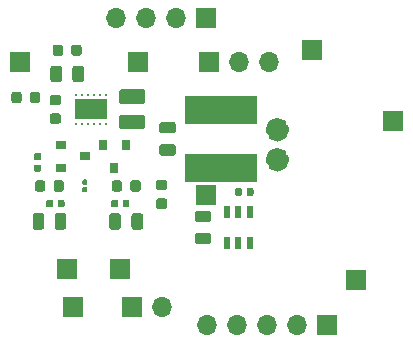
<source format=gbr>
G04 #@! TF.GenerationSoftware,KiCad,Pcbnew,(5.1.5)-3*
G04 #@! TF.CreationDate,2021-01-08T03:31:11-05:00*
G04 #@! TF.ProjectId,EPC611 LIDAR,45504336-3131-4204-9c49-4441522e6b69,rev?*
G04 #@! TF.SameCoordinates,Original*
G04 #@! TF.FileFunction,Soldermask,Bot*
G04 #@! TF.FilePolarity,Negative*
%FSLAX46Y46*%
G04 Gerber Fmt 4.6, Leading zero omitted, Abs format (unit mm)*
G04 Created by KiCad (PCBNEW (5.1.5)-3) date 2021-01-08 03:31:11*
%MOMM*%
%LPD*%
G04 APERTURE LIST*
%ADD10C,1.000000*%
%ADD11R,0.550000X1.050000*%
%ADD12R,0.250000X0.250000*%
%ADD13R,2.700000X1.700000*%
%ADD14R,1.700000X1.700000*%
%ADD15C,0.100000*%
%ADD16R,6.100000X2.350000*%
%ADD17O,1.700000X1.700000*%
%ADD18R,0.900000X0.800000*%
%ADD19R,0.800000X0.900000*%
G04 APERTURE END LIST*
D10*
X125300000Y-106270000D02*
G75*
G03X125300000Y-106270000I-500000J0D01*
G01*
X125300000Y-103730000D02*
G75*
G03X125300000Y-103730000I-500000J0D01*
G01*
D11*
X122450000Y-110700000D03*
X121500000Y-110700000D03*
X120550000Y-110700000D03*
X120550000Y-113300000D03*
X121500000Y-113300000D03*
X122450000Y-113300000D03*
D12*
X107750000Y-100775000D03*
X107750000Y-103225000D03*
D13*
X109000000Y-102000000D03*
D12*
X110250000Y-100775000D03*
X109750000Y-100775000D03*
X109250000Y-100775000D03*
X108750000Y-100775000D03*
X108250000Y-100775000D03*
X108250000Y-103225000D03*
X108750000Y-103225000D03*
X109250000Y-103225000D03*
X109750000Y-103225000D03*
X110250000Y-103225000D03*
D14*
X103000000Y-98000000D03*
X131500000Y-116500000D03*
X127750000Y-97000000D03*
X107500000Y-118750000D03*
X134600000Y-103000000D03*
X118750000Y-109250000D03*
X113000000Y-98000000D03*
X111500000Y-115500000D03*
X107000000Y-115500000D03*
D15*
G36*
X105676958Y-109680710D02*
G01*
X105691276Y-109682834D01*
X105705317Y-109686351D01*
X105718946Y-109691228D01*
X105732031Y-109697417D01*
X105744447Y-109704858D01*
X105756073Y-109713481D01*
X105766798Y-109723202D01*
X105776519Y-109733927D01*
X105785142Y-109745553D01*
X105792583Y-109757969D01*
X105798772Y-109771054D01*
X105803649Y-109784683D01*
X105807166Y-109798724D01*
X105809290Y-109813042D01*
X105810000Y-109827500D01*
X105810000Y-110172500D01*
X105809290Y-110186958D01*
X105807166Y-110201276D01*
X105803649Y-110215317D01*
X105798772Y-110228946D01*
X105792583Y-110242031D01*
X105785142Y-110254447D01*
X105776519Y-110266073D01*
X105766798Y-110276798D01*
X105756073Y-110286519D01*
X105744447Y-110295142D01*
X105732031Y-110302583D01*
X105718946Y-110308772D01*
X105705317Y-110313649D01*
X105691276Y-110317166D01*
X105676958Y-110319290D01*
X105662500Y-110320000D01*
X105367500Y-110320000D01*
X105353042Y-110319290D01*
X105338724Y-110317166D01*
X105324683Y-110313649D01*
X105311054Y-110308772D01*
X105297969Y-110302583D01*
X105285553Y-110295142D01*
X105273927Y-110286519D01*
X105263202Y-110276798D01*
X105253481Y-110266073D01*
X105244858Y-110254447D01*
X105237417Y-110242031D01*
X105231228Y-110228946D01*
X105226351Y-110215317D01*
X105222834Y-110201276D01*
X105220710Y-110186958D01*
X105220000Y-110172500D01*
X105220000Y-109827500D01*
X105220710Y-109813042D01*
X105222834Y-109798724D01*
X105226351Y-109784683D01*
X105231228Y-109771054D01*
X105237417Y-109757969D01*
X105244858Y-109745553D01*
X105253481Y-109733927D01*
X105263202Y-109723202D01*
X105273927Y-109713481D01*
X105285553Y-109704858D01*
X105297969Y-109697417D01*
X105311054Y-109691228D01*
X105324683Y-109686351D01*
X105338724Y-109682834D01*
X105353042Y-109680710D01*
X105367500Y-109680000D01*
X105662500Y-109680000D01*
X105676958Y-109680710D01*
G37*
G36*
X106646958Y-109680710D02*
G01*
X106661276Y-109682834D01*
X106675317Y-109686351D01*
X106688946Y-109691228D01*
X106702031Y-109697417D01*
X106714447Y-109704858D01*
X106726073Y-109713481D01*
X106736798Y-109723202D01*
X106746519Y-109733927D01*
X106755142Y-109745553D01*
X106762583Y-109757969D01*
X106768772Y-109771054D01*
X106773649Y-109784683D01*
X106777166Y-109798724D01*
X106779290Y-109813042D01*
X106780000Y-109827500D01*
X106780000Y-110172500D01*
X106779290Y-110186958D01*
X106777166Y-110201276D01*
X106773649Y-110215317D01*
X106768772Y-110228946D01*
X106762583Y-110242031D01*
X106755142Y-110254447D01*
X106746519Y-110266073D01*
X106736798Y-110276798D01*
X106726073Y-110286519D01*
X106714447Y-110295142D01*
X106702031Y-110302583D01*
X106688946Y-110308772D01*
X106675317Y-110313649D01*
X106661276Y-110317166D01*
X106646958Y-110319290D01*
X106632500Y-110320000D01*
X106337500Y-110320000D01*
X106323042Y-110319290D01*
X106308724Y-110317166D01*
X106294683Y-110313649D01*
X106281054Y-110308772D01*
X106267969Y-110302583D01*
X106255553Y-110295142D01*
X106243927Y-110286519D01*
X106233202Y-110276798D01*
X106223481Y-110266073D01*
X106214858Y-110254447D01*
X106207417Y-110242031D01*
X106201228Y-110228946D01*
X106196351Y-110215317D01*
X106192834Y-110201276D01*
X106190710Y-110186958D01*
X106190000Y-110172500D01*
X106190000Y-109827500D01*
X106190710Y-109813042D01*
X106192834Y-109798724D01*
X106196351Y-109784683D01*
X106201228Y-109771054D01*
X106207417Y-109757969D01*
X106214858Y-109745553D01*
X106223481Y-109733927D01*
X106233202Y-109723202D01*
X106243927Y-109713481D01*
X106255553Y-109704858D01*
X106267969Y-109697417D01*
X106281054Y-109691228D01*
X106294683Y-109686351D01*
X106308724Y-109682834D01*
X106323042Y-109680710D01*
X106337500Y-109680000D01*
X106632500Y-109680000D01*
X106646958Y-109680710D01*
G37*
G36*
X104952691Y-108026053D02*
G01*
X104973926Y-108029203D01*
X104994750Y-108034419D01*
X105014962Y-108041651D01*
X105034368Y-108050830D01*
X105052781Y-108061866D01*
X105070024Y-108074654D01*
X105085930Y-108089070D01*
X105100346Y-108104976D01*
X105113134Y-108122219D01*
X105124170Y-108140632D01*
X105133349Y-108160038D01*
X105140581Y-108180250D01*
X105145797Y-108201074D01*
X105148947Y-108222309D01*
X105150000Y-108243750D01*
X105150000Y-108756250D01*
X105148947Y-108777691D01*
X105145797Y-108798926D01*
X105140581Y-108819750D01*
X105133349Y-108839962D01*
X105124170Y-108859368D01*
X105113134Y-108877781D01*
X105100346Y-108895024D01*
X105085930Y-108910930D01*
X105070024Y-108925346D01*
X105052781Y-108938134D01*
X105034368Y-108949170D01*
X105014962Y-108958349D01*
X104994750Y-108965581D01*
X104973926Y-108970797D01*
X104952691Y-108973947D01*
X104931250Y-108975000D01*
X104493750Y-108975000D01*
X104472309Y-108973947D01*
X104451074Y-108970797D01*
X104430250Y-108965581D01*
X104410038Y-108958349D01*
X104390632Y-108949170D01*
X104372219Y-108938134D01*
X104354976Y-108925346D01*
X104339070Y-108910930D01*
X104324654Y-108895024D01*
X104311866Y-108877781D01*
X104300830Y-108859368D01*
X104291651Y-108839962D01*
X104284419Y-108819750D01*
X104279203Y-108798926D01*
X104276053Y-108777691D01*
X104275000Y-108756250D01*
X104275000Y-108243750D01*
X104276053Y-108222309D01*
X104279203Y-108201074D01*
X104284419Y-108180250D01*
X104291651Y-108160038D01*
X104300830Y-108140632D01*
X104311866Y-108122219D01*
X104324654Y-108104976D01*
X104339070Y-108089070D01*
X104354976Y-108074654D01*
X104372219Y-108061866D01*
X104390632Y-108050830D01*
X104410038Y-108041651D01*
X104430250Y-108034419D01*
X104451074Y-108029203D01*
X104472309Y-108026053D01*
X104493750Y-108025000D01*
X104931250Y-108025000D01*
X104952691Y-108026053D01*
G37*
G36*
X106527691Y-108026053D02*
G01*
X106548926Y-108029203D01*
X106569750Y-108034419D01*
X106589962Y-108041651D01*
X106609368Y-108050830D01*
X106627781Y-108061866D01*
X106645024Y-108074654D01*
X106660930Y-108089070D01*
X106675346Y-108104976D01*
X106688134Y-108122219D01*
X106699170Y-108140632D01*
X106708349Y-108160038D01*
X106715581Y-108180250D01*
X106720797Y-108201074D01*
X106723947Y-108222309D01*
X106725000Y-108243750D01*
X106725000Y-108756250D01*
X106723947Y-108777691D01*
X106720797Y-108798926D01*
X106715581Y-108819750D01*
X106708349Y-108839962D01*
X106699170Y-108859368D01*
X106688134Y-108877781D01*
X106675346Y-108895024D01*
X106660930Y-108910930D01*
X106645024Y-108925346D01*
X106627781Y-108938134D01*
X106609368Y-108949170D01*
X106589962Y-108958349D01*
X106569750Y-108965581D01*
X106548926Y-108970797D01*
X106527691Y-108973947D01*
X106506250Y-108975000D01*
X106068750Y-108975000D01*
X106047309Y-108973947D01*
X106026074Y-108970797D01*
X106005250Y-108965581D01*
X105985038Y-108958349D01*
X105965632Y-108949170D01*
X105947219Y-108938134D01*
X105929976Y-108925346D01*
X105914070Y-108910930D01*
X105899654Y-108895024D01*
X105886866Y-108877781D01*
X105875830Y-108859368D01*
X105866651Y-108839962D01*
X105859419Y-108819750D01*
X105854203Y-108798926D01*
X105851053Y-108777691D01*
X105850000Y-108756250D01*
X105850000Y-108243750D01*
X105851053Y-108222309D01*
X105854203Y-108201074D01*
X105859419Y-108180250D01*
X105866651Y-108160038D01*
X105875830Y-108140632D01*
X105886866Y-108122219D01*
X105899654Y-108104976D01*
X105914070Y-108089070D01*
X105929976Y-108074654D01*
X105947219Y-108061866D01*
X105965632Y-108050830D01*
X105985038Y-108041651D01*
X106005250Y-108034419D01*
X106026074Y-108029203D01*
X106047309Y-108026053D01*
X106068750Y-108025000D01*
X106506250Y-108025000D01*
X106527691Y-108026053D01*
G37*
G36*
X111176958Y-109680710D02*
G01*
X111191276Y-109682834D01*
X111205317Y-109686351D01*
X111218946Y-109691228D01*
X111232031Y-109697417D01*
X111244447Y-109704858D01*
X111256073Y-109713481D01*
X111266798Y-109723202D01*
X111276519Y-109733927D01*
X111285142Y-109745553D01*
X111292583Y-109757969D01*
X111298772Y-109771054D01*
X111303649Y-109784683D01*
X111307166Y-109798724D01*
X111309290Y-109813042D01*
X111310000Y-109827500D01*
X111310000Y-110172500D01*
X111309290Y-110186958D01*
X111307166Y-110201276D01*
X111303649Y-110215317D01*
X111298772Y-110228946D01*
X111292583Y-110242031D01*
X111285142Y-110254447D01*
X111276519Y-110266073D01*
X111266798Y-110276798D01*
X111256073Y-110286519D01*
X111244447Y-110295142D01*
X111232031Y-110302583D01*
X111218946Y-110308772D01*
X111205317Y-110313649D01*
X111191276Y-110317166D01*
X111176958Y-110319290D01*
X111162500Y-110320000D01*
X110867500Y-110320000D01*
X110853042Y-110319290D01*
X110838724Y-110317166D01*
X110824683Y-110313649D01*
X110811054Y-110308772D01*
X110797969Y-110302583D01*
X110785553Y-110295142D01*
X110773927Y-110286519D01*
X110763202Y-110276798D01*
X110753481Y-110266073D01*
X110744858Y-110254447D01*
X110737417Y-110242031D01*
X110731228Y-110228946D01*
X110726351Y-110215317D01*
X110722834Y-110201276D01*
X110720710Y-110186958D01*
X110720000Y-110172500D01*
X110720000Y-109827500D01*
X110720710Y-109813042D01*
X110722834Y-109798724D01*
X110726351Y-109784683D01*
X110731228Y-109771054D01*
X110737417Y-109757969D01*
X110744858Y-109745553D01*
X110753481Y-109733927D01*
X110763202Y-109723202D01*
X110773927Y-109713481D01*
X110785553Y-109704858D01*
X110797969Y-109697417D01*
X110811054Y-109691228D01*
X110824683Y-109686351D01*
X110838724Y-109682834D01*
X110853042Y-109680710D01*
X110867500Y-109680000D01*
X111162500Y-109680000D01*
X111176958Y-109680710D01*
G37*
G36*
X112146958Y-109680710D02*
G01*
X112161276Y-109682834D01*
X112175317Y-109686351D01*
X112188946Y-109691228D01*
X112202031Y-109697417D01*
X112214447Y-109704858D01*
X112226073Y-109713481D01*
X112236798Y-109723202D01*
X112246519Y-109733927D01*
X112255142Y-109745553D01*
X112262583Y-109757969D01*
X112268772Y-109771054D01*
X112273649Y-109784683D01*
X112277166Y-109798724D01*
X112279290Y-109813042D01*
X112280000Y-109827500D01*
X112280000Y-110172500D01*
X112279290Y-110186958D01*
X112277166Y-110201276D01*
X112273649Y-110215317D01*
X112268772Y-110228946D01*
X112262583Y-110242031D01*
X112255142Y-110254447D01*
X112246519Y-110266073D01*
X112236798Y-110276798D01*
X112226073Y-110286519D01*
X112214447Y-110295142D01*
X112202031Y-110302583D01*
X112188946Y-110308772D01*
X112175317Y-110313649D01*
X112161276Y-110317166D01*
X112146958Y-110319290D01*
X112132500Y-110320000D01*
X111837500Y-110320000D01*
X111823042Y-110319290D01*
X111808724Y-110317166D01*
X111794683Y-110313649D01*
X111781054Y-110308772D01*
X111767969Y-110302583D01*
X111755553Y-110295142D01*
X111743927Y-110286519D01*
X111733202Y-110276798D01*
X111723481Y-110266073D01*
X111714858Y-110254447D01*
X111707417Y-110242031D01*
X111701228Y-110228946D01*
X111696351Y-110215317D01*
X111692834Y-110201276D01*
X111690710Y-110186958D01*
X111690000Y-110172500D01*
X111690000Y-109827500D01*
X111690710Y-109813042D01*
X111692834Y-109798724D01*
X111696351Y-109784683D01*
X111701228Y-109771054D01*
X111707417Y-109757969D01*
X111714858Y-109745553D01*
X111723481Y-109733927D01*
X111733202Y-109723202D01*
X111743927Y-109713481D01*
X111755553Y-109704858D01*
X111767969Y-109697417D01*
X111781054Y-109691228D01*
X111794683Y-109686351D01*
X111808724Y-109682834D01*
X111823042Y-109680710D01*
X111837500Y-109680000D01*
X112132500Y-109680000D01*
X112146958Y-109680710D01*
G37*
G36*
X111452691Y-108026053D02*
G01*
X111473926Y-108029203D01*
X111494750Y-108034419D01*
X111514962Y-108041651D01*
X111534368Y-108050830D01*
X111552781Y-108061866D01*
X111570024Y-108074654D01*
X111585930Y-108089070D01*
X111600346Y-108104976D01*
X111613134Y-108122219D01*
X111624170Y-108140632D01*
X111633349Y-108160038D01*
X111640581Y-108180250D01*
X111645797Y-108201074D01*
X111648947Y-108222309D01*
X111650000Y-108243750D01*
X111650000Y-108756250D01*
X111648947Y-108777691D01*
X111645797Y-108798926D01*
X111640581Y-108819750D01*
X111633349Y-108839962D01*
X111624170Y-108859368D01*
X111613134Y-108877781D01*
X111600346Y-108895024D01*
X111585930Y-108910930D01*
X111570024Y-108925346D01*
X111552781Y-108938134D01*
X111534368Y-108949170D01*
X111514962Y-108958349D01*
X111494750Y-108965581D01*
X111473926Y-108970797D01*
X111452691Y-108973947D01*
X111431250Y-108975000D01*
X110993750Y-108975000D01*
X110972309Y-108973947D01*
X110951074Y-108970797D01*
X110930250Y-108965581D01*
X110910038Y-108958349D01*
X110890632Y-108949170D01*
X110872219Y-108938134D01*
X110854976Y-108925346D01*
X110839070Y-108910930D01*
X110824654Y-108895024D01*
X110811866Y-108877781D01*
X110800830Y-108859368D01*
X110791651Y-108839962D01*
X110784419Y-108819750D01*
X110779203Y-108798926D01*
X110776053Y-108777691D01*
X110775000Y-108756250D01*
X110775000Y-108243750D01*
X110776053Y-108222309D01*
X110779203Y-108201074D01*
X110784419Y-108180250D01*
X110791651Y-108160038D01*
X110800830Y-108140632D01*
X110811866Y-108122219D01*
X110824654Y-108104976D01*
X110839070Y-108089070D01*
X110854976Y-108074654D01*
X110872219Y-108061866D01*
X110890632Y-108050830D01*
X110910038Y-108041651D01*
X110930250Y-108034419D01*
X110951074Y-108029203D01*
X110972309Y-108026053D01*
X110993750Y-108025000D01*
X111431250Y-108025000D01*
X111452691Y-108026053D01*
G37*
G36*
X113027691Y-108026053D02*
G01*
X113048926Y-108029203D01*
X113069750Y-108034419D01*
X113089962Y-108041651D01*
X113109368Y-108050830D01*
X113127781Y-108061866D01*
X113145024Y-108074654D01*
X113160930Y-108089070D01*
X113175346Y-108104976D01*
X113188134Y-108122219D01*
X113199170Y-108140632D01*
X113208349Y-108160038D01*
X113215581Y-108180250D01*
X113220797Y-108201074D01*
X113223947Y-108222309D01*
X113225000Y-108243750D01*
X113225000Y-108756250D01*
X113223947Y-108777691D01*
X113220797Y-108798926D01*
X113215581Y-108819750D01*
X113208349Y-108839962D01*
X113199170Y-108859368D01*
X113188134Y-108877781D01*
X113175346Y-108895024D01*
X113160930Y-108910930D01*
X113145024Y-108925346D01*
X113127781Y-108938134D01*
X113109368Y-108949170D01*
X113089962Y-108958349D01*
X113069750Y-108965581D01*
X113048926Y-108970797D01*
X113027691Y-108973947D01*
X113006250Y-108975000D01*
X112568750Y-108975000D01*
X112547309Y-108973947D01*
X112526074Y-108970797D01*
X112505250Y-108965581D01*
X112485038Y-108958349D01*
X112465632Y-108949170D01*
X112447219Y-108938134D01*
X112429976Y-108925346D01*
X112414070Y-108910930D01*
X112399654Y-108895024D01*
X112386866Y-108877781D01*
X112375830Y-108859368D01*
X112366651Y-108839962D01*
X112359419Y-108819750D01*
X112354203Y-108798926D01*
X112351053Y-108777691D01*
X112350000Y-108756250D01*
X112350000Y-108243750D01*
X112351053Y-108222309D01*
X112354203Y-108201074D01*
X112359419Y-108180250D01*
X112366651Y-108160038D01*
X112375830Y-108140632D01*
X112386866Y-108122219D01*
X112399654Y-108104976D01*
X112414070Y-108089070D01*
X112429976Y-108074654D01*
X112447219Y-108061866D01*
X112465632Y-108050830D01*
X112485038Y-108041651D01*
X112505250Y-108034419D01*
X112526074Y-108029203D01*
X112547309Y-108026053D01*
X112568750Y-108025000D01*
X113006250Y-108025000D01*
X113027691Y-108026053D01*
G37*
G36*
X106277691Y-102351053D02*
G01*
X106298926Y-102354203D01*
X106319750Y-102359419D01*
X106339962Y-102366651D01*
X106359368Y-102375830D01*
X106377781Y-102386866D01*
X106395024Y-102399654D01*
X106410930Y-102414070D01*
X106425346Y-102429976D01*
X106438134Y-102447219D01*
X106449170Y-102465632D01*
X106458349Y-102485038D01*
X106465581Y-102505250D01*
X106470797Y-102526074D01*
X106473947Y-102547309D01*
X106475000Y-102568750D01*
X106475000Y-103006250D01*
X106473947Y-103027691D01*
X106470797Y-103048926D01*
X106465581Y-103069750D01*
X106458349Y-103089962D01*
X106449170Y-103109368D01*
X106438134Y-103127781D01*
X106425346Y-103145024D01*
X106410930Y-103160930D01*
X106395024Y-103175346D01*
X106377781Y-103188134D01*
X106359368Y-103199170D01*
X106339962Y-103208349D01*
X106319750Y-103215581D01*
X106298926Y-103220797D01*
X106277691Y-103223947D01*
X106256250Y-103225000D01*
X105743750Y-103225000D01*
X105722309Y-103223947D01*
X105701074Y-103220797D01*
X105680250Y-103215581D01*
X105660038Y-103208349D01*
X105640632Y-103199170D01*
X105622219Y-103188134D01*
X105604976Y-103175346D01*
X105589070Y-103160930D01*
X105574654Y-103145024D01*
X105561866Y-103127781D01*
X105550830Y-103109368D01*
X105541651Y-103089962D01*
X105534419Y-103069750D01*
X105529203Y-103048926D01*
X105526053Y-103027691D01*
X105525000Y-103006250D01*
X105525000Y-102568750D01*
X105526053Y-102547309D01*
X105529203Y-102526074D01*
X105534419Y-102505250D01*
X105541651Y-102485038D01*
X105550830Y-102465632D01*
X105561866Y-102447219D01*
X105574654Y-102429976D01*
X105589070Y-102414070D01*
X105604976Y-102399654D01*
X105622219Y-102386866D01*
X105640632Y-102375830D01*
X105660038Y-102366651D01*
X105680250Y-102359419D01*
X105701074Y-102354203D01*
X105722309Y-102351053D01*
X105743750Y-102350000D01*
X106256250Y-102350000D01*
X106277691Y-102351053D01*
G37*
G36*
X106277691Y-100776053D02*
G01*
X106298926Y-100779203D01*
X106319750Y-100784419D01*
X106339962Y-100791651D01*
X106359368Y-100800830D01*
X106377781Y-100811866D01*
X106395024Y-100824654D01*
X106410930Y-100839070D01*
X106425346Y-100854976D01*
X106438134Y-100872219D01*
X106449170Y-100890632D01*
X106458349Y-100910038D01*
X106465581Y-100930250D01*
X106470797Y-100951074D01*
X106473947Y-100972309D01*
X106475000Y-100993750D01*
X106475000Y-101431250D01*
X106473947Y-101452691D01*
X106470797Y-101473926D01*
X106465581Y-101494750D01*
X106458349Y-101514962D01*
X106449170Y-101534368D01*
X106438134Y-101552781D01*
X106425346Y-101570024D01*
X106410930Y-101585930D01*
X106395024Y-101600346D01*
X106377781Y-101613134D01*
X106359368Y-101624170D01*
X106339962Y-101633349D01*
X106319750Y-101640581D01*
X106298926Y-101645797D01*
X106277691Y-101648947D01*
X106256250Y-101650000D01*
X105743750Y-101650000D01*
X105722309Y-101648947D01*
X105701074Y-101645797D01*
X105680250Y-101640581D01*
X105660038Y-101633349D01*
X105640632Y-101624170D01*
X105622219Y-101613134D01*
X105604976Y-101600346D01*
X105589070Y-101585930D01*
X105574654Y-101570024D01*
X105561866Y-101552781D01*
X105550830Y-101534368D01*
X105541651Y-101514962D01*
X105534419Y-101494750D01*
X105529203Y-101473926D01*
X105526053Y-101452691D01*
X105525000Y-101431250D01*
X105525000Y-100993750D01*
X105526053Y-100972309D01*
X105529203Y-100951074D01*
X105534419Y-100930250D01*
X105541651Y-100910038D01*
X105550830Y-100890632D01*
X105561866Y-100872219D01*
X105574654Y-100854976D01*
X105589070Y-100839070D01*
X105604976Y-100824654D01*
X105622219Y-100811866D01*
X105640632Y-100800830D01*
X105660038Y-100791651D01*
X105680250Y-100784419D01*
X105701074Y-100779203D01*
X105722309Y-100776053D01*
X105743750Y-100775000D01*
X106256250Y-100775000D01*
X106277691Y-100776053D01*
G37*
G36*
X108027691Y-96526053D02*
G01*
X108048926Y-96529203D01*
X108069750Y-96534419D01*
X108089962Y-96541651D01*
X108109368Y-96550830D01*
X108127781Y-96561866D01*
X108145024Y-96574654D01*
X108160930Y-96589070D01*
X108175346Y-96604976D01*
X108188134Y-96622219D01*
X108199170Y-96640632D01*
X108208349Y-96660038D01*
X108215581Y-96680250D01*
X108220797Y-96701074D01*
X108223947Y-96722309D01*
X108225000Y-96743750D01*
X108225000Y-97256250D01*
X108223947Y-97277691D01*
X108220797Y-97298926D01*
X108215581Y-97319750D01*
X108208349Y-97339962D01*
X108199170Y-97359368D01*
X108188134Y-97377781D01*
X108175346Y-97395024D01*
X108160930Y-97410930D01*
X108145024Y-97425346D01*
X108127781Y-97438134D01*
X108109368Y-97449170D01*
X108089962Y-97458349D01*
X108069750Y-97465581D01*
X108048926Y-97470797D01*
X108027691Y-97473947D01*
X108006250Y-97475000D01*
X107568750Y-97475000D01*
X107547309Y-97473947D01*
X107526074Y-97470797D01*
X107505250Y-97465581D01*
X107485038Y-97458349D01*
X107465632Y-97449170D01*
X107447219Y-97438134D01*
X107429976Y-97425346D01*
X107414070Y-97410930D01*
X107399654Y-97395024D01*
X107386866Y-97377781D01*
X107375830Y-97359368D01*
X107366651Y-97339962D01*
X107359419Y-97319750D01*
X107354203Y-97298926D01*
X107351053Y-97277691D01*
X107350000Y-97256250D01*
X107350000Y-96743750D01*
X107351053Y-96722309D01*
X107354203Y-96701074D01*
X107359419Y-96680250D01*
X107366651Y-96660038D01*
X107375830Y-96640632D01*
X107386866Y-96622219D01*
X107399654Y-96604976D01*
X107414070Y-96589070D01*
X107429976Y-96574654D01*
X107447219Y-96561866D01*
X107465632Y-96550830D01*
X107485038Y-96541651D01*
X107505250Y-96534419D01*
X107526074Y-96529203D01*
X107547309Y-96526053D01*
X107568750Y-96525000D01*
X108006250Y-96525000D01*
X108027691Y-96526053D01*
G37*
G36*
X106452691Y-96526053D02*
G01*
X106473926Y-96529203D01*
X106494750Y-96534419D01*
X106514962Y-96541651D01*
X106534368Y-96550830D01*
X106552781Y-96561866D01*
X106570024Y-96574654D01*
X106585930Y-96589070D01*
X106600346Y-96604976D01*
X106613134Y-96622219D01*
X106624170Y-96640632D01*
X106633349Y-96660038D01*
X106640581Y-96680250D01*
X106645797Y-96701074D01*
X106648947Y-96722309D01*
X106650000Y-96743750D01*
X106650000Y-97256250D01*
X106648947Y-97277691D01*
X106645797Y-97298926D01*
X106640581Y-97319750D01*
X106633349Y-97339962D01*
X106624170Y-97359368D01*
X106613134Y-97377781D01*
X106600346Y-97395024D01*
X106585930Y-97410930D01*
X106570024Y-97425346D01*
X106552781Y-97438134D01*
X106534368Y-97449170D01*
X106514962Y-97458349D01*
X106494750Y-97465581D01*
X106473926Y-97470797D01*
X106452691Y-97473947D01*
X106431250Y-97475000D01*
X105993750Y-97475000D01*
X105972309Y-97473947D01*
X105951074Y-97470797D01*
X105930250Y-97465581D01*
X105910038Y-97458349D01*
X105890632Y-97449170D01*
X105872219Y-97438134D01*
X105854976Y-97425346D01*
X105839070Y-97410930D01*
X105824654Y-97395024D01*
X105811866Y-97377781D01*
X105800830Y-97359368D01*
X105791651Y-97339962D01*
X105784419Y-97319750D01*
X105779203Y-97298926D01*
X105776053Y-97277691D01*
X105775000Y-97256250D01*
X105775000Y-96743750D01*
X105776053Y-96722309D01*
X105779203Y-96701074D01*
X105784419Y-96680250D01*
X105791651Y-96660038D01*
X105800830Y-96640632D01*
X105811866Y-96622219D01*
X105824654Y-96604976D01*
X105839070Y-96589070D01*
X105854976Y-96574654D01*
X105872219Y-96561866D01*
X105890632Y-96550830D01*
X105910038Y-96541651D01*
X105930250Y-96534419D01*
X105951074Y-96529203D01*
X105972309Y-96526053D01*
X105993750Y-96525000D01*
X106431250Y-96525000D01*
X106452691Y-96526053D01*
G37*
D16*
X120000000Y-102100000D03*
X120000000Y-107000000D03*
D15*
G36*
X108609802Y-108590482D02*
G01*
X108619509Y-108591921D01*
X108629028Y-108594306D01*
X108638268Y-108597612D01*
X108647140Y-108601808D01*
X108655557Y-108606853D01*
X108663439Y-108612699D01*
X108670711Y-108619289D01*
X108677301Y-108626561D01*
X108683147Y-108634443D01*
X108688192Y-108642860D01*
X108692388Y-108651732D01*
X108695694Y-108660972D01*
X108698079Y-108670491D01*
X108699518Y-108680198D01*
X108700000Y-108690000D01*
X108700000Y-108950000D01*
X108699518Y-108959802D01*
X108698079Y-108969509D01*
X108695694Y-108979028D01*
X108692388Y-108988268D01*
X108688192Y-108997140D01*
X108683147Y-109005557D01*
X108677301Y-109013439D01*
X108670711Y-109020711D01*
X108663439Y-109027301D01*
X108655557Y-109033147D01*
X108647140Y-109038192D01*
X108638268Y-109042388D01*
X108629028Y-109045694D01*
X108619509Y-109048079D01*
X108609802Y-109049518D01*
X108600000Y-109050000D01*
X108400000Y-109050000D01*
X108390198Y-109049518D01*
X108380491Y-109048079D01*
X108370972Y-109045694D01*
X108361732Y-109042388D01*
X108352860Y-109038192D01*
X108344443Y-109033147D01*
X108336561Y-109027301D01*
X108329289Y-109020711D01*
X108322699Y-109013439D01*
X108316853Y-109005557D01*
X108311808Y-108997140D01*
X108307612Y-108988268D01*
X108304306Y-108979028D01*
X108301921Y-108969509D01*
X108300482Y-108959802D01*
X108300000Y-108950000D01*
X108300000Y-108690000D01*
X108300482Y-108680198D01*
X108301921Y-108670491D01*
X108304306Y-108660972D01*
X108307612Y-108651732D01*
X108311808Y-108642860D01*
X108316853Y-108634443D01*
X108322699Y-108626561D01*
X108329289Y-108619289D01*
X108336561Y-108612699D01*
X108344443Y-108606853D01*
X108352860Y-108601808D01*
X108361732Y-108597612D01*
X108370972Y-108594306D01*
X108380491Y-108591921D01*
X108390198Y-108590482D01*
X108400000Y-108590000D01*
X108600000Y-108590000D01*
X108609802Y-108590482D01*
G37*
G36*
X108609802Y-107950482D02*
G01*
X108619509Y-107951921D01*
X108629028Y-107954306D01*
X108638268Y-107957612D01*
X108647140Y-107961808D01*
X108655557Y-107966853D01*
X108663439Y-107972699D01*
X108670711Y-107979289D01*
X108677301Y-107986561D01*
X108683147Y-107994443D01*
X108688192Y-108002860D01*
X108692388Y-108011732D01*
X108695694Y-108020972D01*
X108698079Y-108030491D01*
X108699518Y-108040198D01*
X108700000Y-108050000D01*
X108700000Y-108310000D01*
X108699518Y-108319802D01*
X108698079Y-108329509D01*
X108695694Y-108339028D01*
X108692388Y-108348268D01*
X108688192Y-108357140D01*
X108683147Y-108365557D01*
X108677301Y-108373439D01*
X108670711Y-108380711D01*
X108663439Y-108387301D01*
X108655557Y-108393147D01*
X108647140Y-108398192D01*
X108638268Y-108402388D01*
X108629028Y-108405694D01*
X108619509Y-108408079D01*
X108609802Y-108409518D01*
X108600000Y-108410000D01*
X108400000Y-108410000D01*
X108390198Y-108409518D01*
X108380491Y-108408079D01*
X108370972Y-108405694D01*
X108361732Y-108402388D01*
X108352860Y-108398192D01*
X108344443Y-108393147D01*
X108336561Y-108387301D01*
X108329289Y-108380711D01*
X108322699Y-108373439D01*
X108316853Y-108365557D01*
X108311808Y-108357140D01*
X108307612Y-108348268D01*
X108304306Y-108339028D01*
X108301921Y-108329509D01*
X108300482Y-108319802D01*
X108300000Y-108310000D01*
X108300000Y-108050000D01*
X108300482Y-108040198D01*
X108301921Y-108030491D01*
X108304306Y-108020972D01*
X108307612Y-108011732D01*
X108311808Y-108002860D01*
X108316853Y-107994443D01*
X108322699Y-107986561D01*
X108329289Y-107979289D01*
X108336561Y-107972699D01*
X108344443Y-107966853D01*
X108352860Y-107961808D01*
X108361732Y-107957612D01*
X108370972Y-107954306D01*
X108380491Y-107951921D01*
X108390198Y-107950482D01*
X108400000Y-107950000D01*
X108600000Y-107950000D01*
X108609802Y-107950482D01*
G37*
G36*
X113374504Y-102451204D02*
G01*
X113398773Y-102454804D01*
X113422571Y-102460765D01*
X113445671Y-102469030D01*
X113467849Y-102479520D01*
X113488893Y-102492133D01*
X113508598Y-102506747D01*
X113526777Y-102523223D01*
X113543253Y-102541402D01*
X113557867Y-102561107D01*
X113570480Y-102582151D01*
X113580970Y-102604329D01*
X113589235Y-102627429D01*
X113595196Y-102651227D01*
X113598796Y-102675496D01*
X113600000Y-102700000D01*
X113600000Y-103450000D01*
X113598796Y-103474504D01*
X113595196Y-103498773D01*
X113589235Y-103522571D01*
X113580970Y-103545671D01*
X113570480Y-103567849D01*
X113557867Y-103588893D01*
X113543253Y-103608598D01*
X113526777Y-103626777D01*
X113508598Y-103643253D01*
X113488893Y-103657867D01*
X113467849Y-103670480D01*
X113445671Y-103680970D01*
X113422571Y-103689235D01*
X113398773Y-103695196D01*
X113374504Y-103698796D01*
X113350000Y-103700000D01*
X111650000Y-103700000D01*
X111625496Y-103698796D01*
X111601227Y-103695196D01*
X111577429Y-103689235D01*
X111554329Y-103680970D01*
X111532151Y-103670480D01*
X111511107Y-103657867D01*
X111491402Y-103643253D01*
X111473223Y-103626777D01*
X111456747Y-103608598D01*
X111442133Y-103588893D01*
X111429520Y-103567849D01*
X111419030Y-103545671D01*
X111410765Y-103522571D01*
X111404804Y-103498773D01*
X111401204Y-103474504D01*
X111400000Y-103450000D01*
X111400000Y-102700000D01*
X111401204Y-102675496D01*
X111404804Y-102651227D01*
X111410765Y-102627429D01*
X111419030Y-102604329D01*
X111429520Y-102582151D01*
X111442133Y-102561107D01*
X111456747Y-102541402D01*
X111473223Y-102523223D01*
X111491402Y-102506747D01*
X111511107Y-102492133D01*
X111532151Y-102479520D01*
X111554329Y-102469030D01*
X111577429Y-102460765D01*
X111601227Y-102454804D01*
X111625496Y-102451204D01*
X111650000Y-102450000D01*
X113350000Y-102450000D01*
X113374504Y-102451204D01*
G37*
G36*
X113374504Y-100301204D02*
G01*
X113398773Y-100304804D01*
X113422571Y-100310765D01*
X113445671Y-100319030D01*
X113467849Y-100329520D01*
X113488893Y-100342133D01*
X113508598Y-100356747D01*
X113526777Y-100373223D01*
X113543253Y-100391402D01*
X113557867Y-100411107D01*
X113570480Y-100432151D01*
X113580970Y-100454329D01*
X113589235Y-100477429D01*
X113595196Y-100501227D01*
X113598796Y-100525496D01*
X113600000Y-100550000D01*
X113600000Y-101300000D01*
X113598796Y-101324504D01*
X113595196Y-101348773D01*
X113589235Y-101372571D01*
X113580970Y-101395671D01*
X113570480Y-101417849D01*
X113557867Y-101438893D01*
X113543253Y-101458598D01*
X113526777Y-101476777D01*
X113508598Y-101493253D01*
X113488893Y-101507867D01*
X113467849Y-101520480D01*
X113445671Y-101530970D01*
X113422571Y-101539235D01*
X113398773Y-101545196D01*
X113374504Y-101548796D01*
X113350000Y-101550000D01*
X111650000Y-101550000D01*
X111625496Y-101548796D01*
X111601227Y-101545196D01*
X111577429Y-101539235D01*
X111554329Y-101530970D01*
X111532151Y-101520480D01*
X111511107Y-101507867D01*
X111491402Y-101493253D01*
X111473223Y-101476777D01*
X111456747Y-101458598D01*
X111442133Y-101438893D01*
X111429520Y-101417849D01*
X111419030Y-101395671D01*
X111410765Y-101372571D01*
X111404804Y-101348773D01*
X111401204Y-101324504D01*
X111400000Y-101300000D01*
X111400000Y-100550000D01*
X111401204Y-100525496D01*
X111404804Y-100501227D01*
X111410765Y-100477429D01*
X111419030Y-100454329D01*
X111429520Y-100432151D01*
X111442133Y-100411107D01*
X111456747Y-100391402D01*
X111473223Y-100373223D01*
X111491402Y-100356747D01*
X111511107Y-100342133D01*
X111532151Y-100329520D01*
X111554329Y-100319030D01*
X111577429Y-100310765D01*
X111601227Y-100304804D01*
X111625496Y-100301204D01*
X111650000Y-100300000D01*
X113350000Y-100300000D01*
X113374504Y-100301204D01*
G37*
D17*
X115000000Y-118750000D03*
D14*
X112460000Y-118750000D03*
D17*
X124080000Y-98000000D03*
X121540000Y-98000000D03*
D14*
X119000000Y-98000000D03*
D17*
X118840000Y-120250000D03*
X121380000Y-120250000D03*
X123920000Y-120250000D03*
X126460000Y-120250000D03*
D14*
X129000000Y-120250000D03*
D17*
X111130000Y-94250000D03*
X113670000Y-94250000D03*
X116210000Y-94250000D03*
D14*
X118750000Y-94250000D03*
D18*
X108500000Y-106000000D03*
X106500000Y-105050000D03*
X106500000Y-106950000D03*
D19*
X111000000Y-107000000D03*
X111950000Y-105000000D03*
X110050000Y-105000000D03*
D15*
G36*
X121676958Y-108680710D02*
G01*
X121691276Y-108682834D01*
X121705317Y-108686351D01*
X121718946Y-108691228D01*
X121732031Y-108697417D01*
X121744447Y-108704858D01*
X121756073Y-108713481D01*
X121766798Y-108723202D01*
X121776519Y-108733927D01*
X121785142Y-108745553D01*
X121792583Y-108757969D01*
X121798772Y-108771054D01*
X121803649Y-108784683D01*
X121807166Y-108798724D01*
X121809290Y-108813042D01*
X121810000Y-108827500D01*
X121810000Y-109172500D01*
X121809290Y-109186958D01*
X121807166Y-109201276D01*
X121803649Y-109215317D01*
X121798772Y-109228946D01*
X121792583Y-109242031D01*
X121785142Y-109254447D01*
X121776519Y-109266073D01*
X121766798Y-109276798D01*
X121756073Y-109286519D01*
X121744447Y-109295142D01*
X121732031Y-109302583D01*
X121718946Y-109308772D01*
X121705317Y-109313649D01*
X121691276Y-109317166D01*
X121676958Y-109319290D01*
X121662500Y-109320000D01*
X121367500Y-109320000D01*
X121353042Y-109319290D01*
X121338724Y-109317166D01*
X121324683Y-109313649D01*
X121311054Y-109308772D01*
X121297969Y-109302583D01*
X121285553Y-109295142D01*
X121273927Y-109286519D01*
X121263202Y-109276798D01*
X121253481Y-109266073D01*
X121244858Y-109254447D01*
X121237417Y-109242031D01*
X121231228Y-109228946D01*
X121226351Y-109215317D01*
X121222834Y-109201276D01*
X121220710Y-109186958D01*
X121220000Y-109172500D01*
X121220000Y-108827500D01*
X121220710Y-108813042D01*
X121222834Y-108798724D01*
X121226351Y-108784683D01*
X121231228Y-108771054D01*
X121237417Y-108757969D01*
X121244858Y-108745553D01*
X121253481Y-108733927D01*
X121263202Y-108723202D01*
X121273927Y-108713481D01*
X121285553Y-108704858D01*
X121297969Y-108697417D01*
X121311054Y-108691228D01*
X121324683Y-108686351D01*
X121338724Y-108682834D01*
X121353042Y-108680710D01*
X121367500Y-108680000D01*
X121662500Y-108680000D01*
X121676958Y-108680710D01*
G37*
G36*
X122646958Y-108680710D02*
G01*
X122661276Y-108682834D01*
X122675317Y-108686351D01*
X122688946Y-108691228D01*
X122702031Y-108697417D01*
X122714447Y-108704858D01*
X122726073Y-108713481D01*
X122736798Y-108723202D01*
X122746519Y-108733927D01*
X122755142Y-108745553D01*
X122762583Y-108757969D01*
X122768772Y-108771054D01*
X122773649Y-108784683D01*
X122777166Y-108798724D01*
X122779290Y-108813042D01*
X122780000Y-108827500D01*
X122780000Y-109172500D01*
X122779290Y-109186958D01*
X122777166Y-109201276D01*
X122773649Y-109215317D01*
X122768772Y-109228946D01*
X122762583Y-109242031D01*
X122755142Y-109254447D01*
X122746519Y-109266073D01*
X122736798Y-109276798D01*
X122726073Y-109286519D01*
X122714447Y-109295142D01*
X122702031Y-109302583D01*
X122688946Y-109308772D01*
X122675317Y-109313649D01*
X122661276Y-109317166D01*
X122646958Y-109319290D01*
X122632500Y-109320000D01*
X122337500Y-109320000D01*
X122323042Y-109319290D01*
X122308724Y-109317166D01*
X122294683Y-109313649D01*
X122281054Y-109308772D01*
X122267969Y-109302583D01*
X122255553Y-109295142D01*
X122243927Y-109286519D01*
X122233202Y-109276798D01*
X122223481Y-109266073D01*
X122214858Y-109254447D01*
X122207417Y-109242031D01*
X122201228Y-109228946D01*
X122196351Y-109215317D01*
X122192834Y-109201276D01*
X122190710Y-109186958D01*
X122190000Y-109172500D01*
X122190000Y-108827500D01*
X122190710Y-108813042D01*
X122192834Y-108798724D01*
X122196351Y-108784683D01*
X122201228Y-108771054D01*
X122207417Y-108757969D01*
X122214858Y-108745553D01*
X122223481Y-108733927D01*
X122233202Y-108723202D01*
X122243927Y-108713481D01*
X122255553Y-108704858D01*
X122267969Y-108697417D01*
X122281054Y-108691228D01*
X122294683Y-108686351D01*
X122308724Y-108682834D01*
X122323042Y-108680710D01*
X122337500Y-108680000D01*
X122632500Y-108680000D01*
X122646958Y-108680710D01*
G37*
G36*
X115980142Y-103076174D02*
G01*
X116003803Y-103079684D01*
X116027007Y-103085496D01*
X116049529Y-103093554D01*
X116071153Y-103103782D01*
X116091670Y-103116079D01*
X116110883Y-103130329D01*
X116128607Y-103146393D01*
X116144671Y-103164117D01*
X116158921Y-103183330D01*
X116171218Y-103203847D01*
X116181446Y-103225471D01*
X116189504Y-103247993D01*
X116195316Y-103271197D01*
X116198826Y-103294858D01*
X116200000Y-103318750D01*
X116200000Y-103806250D01*
X116198826Y-103830142D01*
X116195316Y-103853803D01*
X116189504Y-103877007D01*
X116181446Y-103899529D01*
X116171218Y-103921153D01*
X116158921Y-103941670D01*
X116144671Y-103960883D01*
X116128607Y-103978607D01*
X116110883Y-103994671D01*
X116091670Y-104008921D01*
X116071153Y-104021218D01*
X116049529Y-104031446D01*
X116027007Y-104039504D01*
X116003803Y-104045316D01*
X115980142Y-104048826D01*
X115956250Y-104050000D01*
X115043750Y-104050000D01*
X115019858Y-104048826D01*
X114996197Y-104045316D01*
X114972993Y-104039504D01*
X114950471Y-104031446D01*
X114928847Y-104021218D01*
X114908330Y-104008921D01*
X114889117Y-103994671D01*
X114871393Y-103978607D01*
X114855329Y-103960883D01*
X114841079Y-103941670D01*
X114828782Y-103921153D01*
X114818554Y-103899529D01*
X114810496Y-103877007D01*
X114804684Y-103853803D01*
X114801174Y-103830142D01*
X114800000Y-103806250D01*
X114800000Y-103318750D01*
X114801174Y-103294858D01*
X114804684Y-103271197D01*
X114810496Y-103247993D01*
X114818554Y-103225471D01*
X114828782Y-103203847D01*
X114841079Y-103183330D01*
X114855329Y-103164117D01*
X114871393Y-103146393D01*
X114889117Y-103130329D01*
X114908330Y-103116079D01*
X114928847Y-103103782D01*
X114950471Y-103093554D01*
X114972993Y-103085496D01*
X114996197Y-103079684D01*
X115019858Y-103076174D01*
X115043750Y-103075000D01*
X115956250Y-103075000D01*
X115980142Y-103076174D01*
G37*
G36*
X115980142Y-104951174D02*
G01*
X116003803Y-104954684D01*
X116027007Y-104960496D01*
X116049529Y-104968554D01*
X116071153Y-104978782D01*
X116091670Y-104991079D01*
X116110883Y-105005329D01*
X116128607Y-105021393D01*
X116144671Y-105039117D01*
X116158921Y-105058330D01*
X116171218Y-105078847D01*
X116181446Y-105100471D01*
X116189504Y-105122993D01*
X116195316Y-105146197D01*
X116198826Y-105169858D01*
X116200000Y-105193750D01*
X116200000Y-105681250D01*
X116198826Y-105705142D01*
X116195316Y-105728803D01*
X116189504Y-105752007D01*
X116181446Y-105774529D01*
X116171218Y-105796153D01*
X116158921Y-105816670D01*
X116144671Y-105835883D01*
X116128607Y-105853607D01*
X116110883Y-105869671D01*
X116091670Y-105883921D01*
X116071153Y-105896218D01*
X116049529Y-105906446D01*
X116027007Y-105914504D01*
X116003803Y-105920316D01*
X115980142Y-105923826D01*
X115956250Y-105925000D01*
X115043750Y-105925000D01*
X115019858Y-105923826D01*
X114996197Y-105920316D01*
X114972993Y-105914504D01*
X114950471Y-105906446D01*
X114928847Y-105896218D01*
X114908330Y-105883921D01*
X114889117Y-105869671D01*
X114871393Y-105853607D01*
X114855329Y-105835883D01*
X114841079Y-105816670D01*
X114828782Y-105796153D01*
X114818554Y-105774529D01*
X114810496Y-105752007D01*
X114804684Y-105728803D01*
X114801174Y-105705142D01*
X114800000Y-105681250D01*
X114800000Y-105193750D01*
X114801174Y-105169858D01*
X114804684Y-105146197D01*
X114810496Y-105122993D01*
X114818554Y-105100471D01*
X114828782Y-105078847D01*
X114841079Y-105058330D01*
X114855329Y-105039117D01*
X114871393Y-105021393D01*
X114889117Y-105005329D01*
X114908330Y-104991079D01*
X114928847Y-104978782D01*
X114950471Y-104968554D01*
X114972993Y-104960496D01*
X114996197Y-104954684D01*
X115019858Y-104951174D01*
X115043750Y-104950000D01*
X115956250Y-104950000D01*
X115980142Y-104951174D01*
G37*
G36*
X118980142Y-112451174D02*
G01*
X119003803Y-112454684D01*
X119027007Y-112460496D01*
X119049529Y-112468554D01*
X119071153Y-112478782D01*
X119091670Y-112491079D01*
X119110883Y-112505329D01*
X119128607Y-112521393D01*
X119144671Y-112539117D01*
X119158921Y-112558330D01*
X119171218Y-112578847D01*
X119181446Y-112600471D01*
X119189504Y-112622993D01*
X119195316Y-112646197D01*
X119198826Y-112669858D01*
X119200000Y-112693750D01*
X119200000Y-113181250D01*
X119198826Y-113205142D01*
X119195316Y-113228803D01*
X119189504Y-113252007D01*
X119181446Y-113274529D01*
X119171218Y-113296153D01*
X119158921Y-113316670D01*
X119144671Y-113335883D01*
X119128607Y-113353607D01*
X119110883Y-113369671D01*
X119091670Y-113383921D01*
X119071153Y-113396218D01*
X119049529Y-113406446D01*
X119027007Y-113414504D01*
X119003803Y-113420316D01*
X118980142Y-113423826D01*
X118956250Y-113425000D01*
X118043750Y-113425000D01*
X118019858Y-113423826D01*
X117996197Y-113420316D01*
X117972993Y-113414504D01*
X117950471Y-113406446D01*
X117928847Y-113396218D01*
X117908330Y-113383921D01*
X117889117Y-113369671D01*
X117871393Y-113353607D01*
X117855329Y-113335883D01*
X117841079Y-113316670D01*
X117828782Y-113296153D01*
X117818554Y-113274529D01*
X117810496Y-113252007D01*
X117804684Y-113228803D01*
X117801174Y-113205142D01*
X117800000Y-113181250D01*
X117800000Y-112693750D01*
X117801174Y-112669858D01*
X117804684Y-112646197D01*
X117810496Y-112622993D01*
X117818554Y-112600471D01*
X117828782Y-112578847D01*
X117841079Y-112558330D01*
X117855329Y-112539117D01*
X117871393Y-112521393D01*
X117889117Y-112505329D01*
X117908330Y-112491079D01*
X117928847Y-112478782D01*
X117950471Y-112468554D01*
X117972993Y-112460496D01*
X117996197Y-112454684D01*
X118019858Y-112451174D01*
X118043750Y-112450000D01*
X118956250Y-112450000D01*
X118980142Y-112451174D01*
G37*
G36*
X118980142Y-110576174D02*
G01*
X119003803Y-110579684D01*
X119027007Y-110585496D01*
X119049529Y-110593554D01*
X119071153Y-110603782D01*
X119091670Y-110616079D01*
X119110883Y-110630329D01*
X119128607Y-110646393D01*
X119144671Y-110664117D01*
X119158921Y-110683330D01*
X119171218Y-110703847D01*
X119181446Y-110725471D01*
X119189504Y-110747993D01*
X119195316Y-110771197D01*
X119198826Y-110794858D01*
X119200000Y-110818750D01*
X119200000Y-111306250D01*
X119198826Y-111330142D01*
X119195316Y-111353803D01*
X119189504Y-111377007D01*
X119181446Y-111399529D01*
X119171218Y-111421153D01*
X119158921Y-111441670D01*
X119144671Y-111460883D01*
X119128607Y-111478607D01*
X119110883Y-111494671D01*
X119091670Y-111508921D01*
X119071153Y-111521218D01*
X119049529Y-111531446D01*
X119027007Y-111539504D01*
X119003803Y-111545316D01*
X118980142Y-111548826D01*
X118956250Y-111550000D01*
X118043750Y-111550000D01*
X118019858Y-111548826D01*
X117996197Y-111545316D01*
X117972993Y-111539504D01*
X117950471Y-111531446D01*
X117928847Y-111521218D01*
X117908330Y-111508921D01*
X117889117Y-111494671D01*
X117871393Y-111478607D01*
X117855329Y-111460883D01*
X117841079Y-111441670D01*
X117828782Y-111421153D01*
X117818554Y-111399529D01*
X117810496Y-111377007D01*
X117804684Y-111353803D01*
X117801174Y-111330142D01*
X117800000Y-111306250D01*
X117800000Y-110818750D01*
X117801174Y-110794858D01*
X117804684Y-110771197D01*
X117810496Y-110747993D01*
X117818554Y-110725471D01*
X117828782Y-110703847D01*
X117841079Y-110683330D01*
X117855329Y-110664117D01*
X117871393Y-110646393D01*
X117889117Y-110630329D01*
X117908330Y-110616079D01*
X117928847Y-110603782D01*
X117950471Y-110593554D01*
X117972993Y-110585496D01*
X117996197Y-110579684D01*
X118019858Y-110576174D01*
X118043750Y-110575000D01*
X118956250Y-110575000D01*
X118980142Y-110576174D01*
G37*
G36*
X104686958Y-105720710D02*
G01*
X104701276Y-105722834D01*
X104715317Y-105726351D01*
X104728946Y-105731228D01*
X104742031Y-105737417D01*
X104754447Y-105744858D01*
X104766073Y-105753481D01*
X104776798Y-105763202D01*
X104786519Y-105773927D01*
X104795142Y-105785553D01*
X104802583Y-105797969D01*
X104808772Y-105811054D01*
X104813649Y-105824683D01*
X104817166Y-105838724D01*
X104819290Y-105853042D01*
X104820000Y-105867500D01*
X104820000Y-106162500D01*
X104819290Y-106176958D01*
X104817166Y-106191276D01*
X104813649Y-106205317D01*
X104808772Y-106218946D01*
X104802583Y-106232031D01*
X104795142Y-106244447D01*
X104786519Y-106256073D01*
X104776798Y-106266798D01*
X104766073Y-106276519D01*
X104754447Y-106285142D01*
X104742031Y-106292583D01*
X104728946Y-106298772D01*
X104715317Y-106303649D01*
X104701276Y-106307166D01*
X104686958Y-106309290D01*
X104672500Y-106310000D01*
X104327500Y-106310000D01*
X104313042Y-106309290D01*
X104298724Y-106307166D01*
X104284683Y-106303649D01*
X104271054Y-106298772D01*
X104257969Y-106292583D01*
X104245553Y-106285142D01*
X104233927Y-106276519D01*
X104223202Y-106266798D01*
X104213481Y-106256073D01*
X104204858Y-106244447D01*
X104197417Y-106232031D01*
X104191228Y-106218946D01*
X104186351Y-106205317D01*
X104182834Y-106191276D01*
X104180710Y-106176958D01*
X104180000Y-106162500D01*
X104180000Y-105867500D01*
X104180710Y-105853042D01*
X104182834Y-105838724D01*
X104186351Y-105824683D01*
X104191228Y-105811054D01*
X104197417Y-105797969D01*
X104204858Y-105785553D01*
X104213481Y-105773927D01*
X104223202Y-105763202D01*
X104233927Y-105753481D01*
X104245553Y-105744858D01*
X104257969Y-105737417D01*
X104271054Y-105731228D01*
X104284683Y-105726351D01*
X104298724Y-105722834D01*
X104313042Y-105720710D01*
X104327500Y-105720000D01*
X104672500Y-105720000D01*
X104686958Y-105720710D01*
G37*
G36*
X104686958Y-106690710D02*
G01*
X104701276Y-106692834D01*
X104715317Y-106696351D01*
X104728946Y-106701228D01*
X104742031Y-106707417D01*
X104754447Y-106714858D01*
X104766073Y-106723481D01*
X104776798Y-106733202D01*
X104786519Y-106743927D01*
X104795142Y-106755553D01*
X104802583Y-106767969D01*
X104808772Y-106781054D01*
X104813649Y-106794683D01*
X104817166Y-106808724D01*
X104819290Y-106823042D01*
X104820000Y-106837500D01*
X104820000Y-107132500D01*
X104819290Y-107146958D01*
X104817166Y-107161276D01*
X104813649Y-107175317D01*
X104808772Y-107188946D01*
X104802583Y-107202031D01*
X104795142Y-107214447D01*
X104786519Y-107226073D01*
X104776798Y-107236798D01*
X104766073Y-107246519D01*
X104754447Y-107255142D01*
X104742031Y-107262583D01*
X104728946Y-107268772D01*
X104715317Y-107273649D01*
X104701276Y-107277166D01*
X104686958Y-107279290D01*
X104672500Y-107280000D01*
X104327500Y-107280000D01*
X104313042Y-107279290D01*
X104298724Y-107277166D01*
X104284683Y-107273649D01*
X104271054Y-107268772D01*
X104257969Y-107262583D01*
X104245553Y-107255142D01*
X104233927Y-107246519D01*
X104223202Y-107236798D01*
X104213481Y-107226073D01*
X104204858Y-107214447D01*
X104197417Y-107202031D01*
X104191228Y-107188946D01*
X104186351Y-107175317D01*
X104182834Y-107161276D01*
X104180710Y-107146958D01*
X104180000Y-107132500D01*
X104180000Y-106837500D01*
X104180710Y-106823042D01*
X104182834Y-106808724D01*
X104186351Y-106794683D01*
X104191228Y-106781054D01*
X104197417Y-106767969D01*
X104204858Y-106755553D01*
X104213481Y-106743927D01*
X104223202Y-106733202D01*
X104233927Y-106723481D01*
X104245553Y-106714858D01*
X104257969Y-106707417D01*
X104271054Y-106701228D01*
X104284683Y-106696351D01*
X104298724Y-106692834D01*
X104313042Y-106690710D01*
X104327500Y-106690000D01*
X104672500Y-106690000D01*
X104686958Y-106690710D01*
G37*
G36*
X104830142Y-110801174D02*
G01*
X104853803Y-110804684D01*
X104877007Y-110810496D01*
X104899529Y-110818554D01*
X104921153Y-110828782D01*
X104941670Y-110841079D01*
X104960883Y-110855329D01*
X104978607Y-110871393D01*
X104994671Y-110889117D01*
X105008921Y-110908330D01*
X105021218Y-110928847D01*
X105031446Y-110950471D01*
X105039504Y-110972993D01*
X105045316Y-110996197D01*
X105048826Y-111019858D01*
X105050000Y-111043750D01*
X105050000Y-111956250D01*
X105048826Y-111980142D01*
X105045316Y-112003803D01*
X105039504Y-112027007D01*
X105031446Y-112049529D01*
X105021218Y-112071153D01*
X105008921Y-112091670D01*
X104994671Y-112110883D01*
X104978607Y-112128607D01*
X104960883Y-112144671D01*
X104941670Y-112158921D01*
X104921153Y-112171218D01*
X104899529Y-112181446D01*
X104877007Y-112189504D01*
X104853803Y-112195316D01*
X104830142Y-112198826D01*
X104806250Y-112200000D01*
X104318750Y-112200000D01*
X104294858Y-112198826D01*
X104271197Y-112195316D01*
X104247993Y-112189504D01*
X104225471Y-112181446D01*
X104203847Y-112171218D01*
X104183330Y-112158921D01*
X104164117Y-112144671D01*
X104146393Y-112128607D01*
X104130329Y-112110883D01*
X104116079Y-112091670D01*
X104103782Y-112071153D01*
X104093554Y-112049529D01*
X104085496Y-112027007D01*
X104079684Y-112003803D01*
X104076174Y-111980142D01*
X104075000Y-111956250D01*
X104075000Y-111043750D01*
X104076174Y-111019858D01*
X104079684Y-110996197D01*
X104085496Y-110972993D01*
X104093554Y-110950471D01*
X104103782Y-110928847D01*
X104116079Y-110908330D01*
X104130329Y-110889117D01*
X104146393Y-110871393D01*
X104164117Y-110855329D01*
X104183330Y-110841079D01*
X104203847Y-110828782D01*
X104225471Y-110818554D01*
X104247993Y-110810496D01*
X104271197Y-110804684D01*
X104294858Y-110801174D01*
X104318750Y-110800000D01*
X104806250Y-110800000D01*
X104830142Y-110801174D01*
G37*
G36*
X106705142Y-110801174D02*
G01*
X106728803Y-110804684D01*
X106752007Y-110810496D01*
X106774529Y-110818554D01*
X106796153Y-110828782D01*
X106816670Y-110841079D01*
X106835883Y-110855329D01*
X106853607Y-110871393D01*
X106869671Y-110889117D01*
X106883921Y-110908330D01*
X106896218Y-110928847D01*
X106906446Y-110950471D01*
X106914504Y-110972993D01*
X106920316Y-110996197D01*
X106923826Y-111019858D01*
X106925000Y-111043750D01*
X106925000Y-111956250D01*
X106923826Y-111980142D01*
X106920316Y-112003803D01*
X106914504Y-112027007D01*
X106906446Y-112049529D01*
X106896218Y-112071153D01*
X106883921Y-112091670D01*
X106869671Y-112110883D01*
X106853607Y-112128607D01*
X106835883Y-112144671D01*
X106816670Y-112158921D01*
X106796153Y-112171218D01*
X106774529Y-112181446D01*
X106752007Y-112189504D01*
X106728803Y-112195316D01*
X106705142Y-112198826D01*
X106681250Y-112200000D01*
X106193750Y-112200000D01*
X106169858Y-112198826D01*
X106146197Y-112195316D01*
X106122993Y-112189504D01*
X106100471Y-112181446D01*
X106078847Y-112171218D01*
X106058330Y-112158921D01*
X106039117Y-112144671D01*
X106021393Y-112128607D01*
X106005329Y-112110883D01*
X105991079Y-112091670D01*
X105978782Y-112071153D01*
X105968554Y-112049529D01*
X105960496Y-112027007D01*
X105954684Y-112003803D01*
X105951174Y-111980142D01*
X105950000Y-111956250D01*
X105950000Y-111043750D01*
X105951174Y-111019858D01*
X105954684Y-110996197D01*
X105960496Y-110972993D01*
X105968554Y-110950471D01*
X105978782Y-110928847D01*
X105991079Y-110908330D01*
X106005329Y-110889117D01*
X106021393Y-110871393D01*
X106039117Y-110855329D01*
X106058330Y-110841079D01*
X106078847Y-110828782D01*
X106100471Y-110818554D01*
X106122993Y-110810496D01*
X106146197Y-110804684D01*
X106169858Y-110801174D01*
X106193750Y-110800000D01*
X106681250Y-110800000D01*
X106705142Y-110801174D01*
G37*
G36*
X115277691Y-107976053D02*
G01*
X115298926Y-107979203D01*
X115319750Y-107984419D01*
X115339962Y-107991651D01*
X115359368Y-108000830D01*
X115377781Y-108011866D01*
X115395024Y-108024654D01*
X115410930Y-108039070D01*
X115425346Y-108054976D01*
X115438134Y-108072219D01*
X115449170Y-108090632D01*
X115458349Y-108110038D01*
X115465581Y-108130250D01*
X115470797Y-108151074D01*
X115473947Y-108172309D01*
X115475000Y-108193750D01*
X115475000Y-108631250D01*
X115473947Y-108652691D01*
X115470797Y-108673926D01*
X115465581Y-108694750D01*
X115458349Y-108714962D01*
X115449170Y-108734368D01*
X115438134Y-108752781D01*
X115425346Y-108770024D01*
X115410930Y-108785930D01*
X115395024Y-108800346D01*
X115377781Y-108813134D01*
X115359368Y-108824170D01*
X115339962Y-108833349D01*
X115319750Y-108840581D01*
X115298926Y-108845797D01*
X115277691Y-108848947D01*
X115256250Y-108850000D01*
X114743750Y-108850000D01*
X114722309Y-108848947D01*
X114701074Y-108845797D01*
X114680250Y-108840581D01*
X114660038Y-108833349D01*
X114640632Y-108824170D01*
X114622219Y-108813134D01*
X114604976Y-108800346D01*
X114589070Y-108785930D01*
X114574654Y-108770024D01*
X114561866Y-108752781D01*
X114550830Y-108734368D01*
X114541651Y-108714962D01*
X114534419Y-108694750D01*
X114529203Y-108673926D01*
X114526053Y-108652691D01*
X114525000Y-108631250D01*
X114525000Y-108193750D01*
X114526053Y-108172309D01*
X114529203Y-108151074D01*
X114534419Y-108130250D01*
X114541651Y-108110038D01*
X114550830Y-108090632D01*
X114561866Y-108072219D01*
X114574654Y-108054976D01*
X114589070Y-108039070D01*
X114604976Y-108024654D01*
X114622219Y-108011866D01*
X114640632Y-108000830D01*
X114660038Y-107991651D01*
X114680250Y-107984419D01*
X114701074Y-107979203D01*
X114722309Y-107976053D01*
X114743750Y-107975000D01*
X115256250Y-107975000D01*
X115277691Y-107976053D01*
G37*
G36*
X115277691Y-109551053D02*
G01*
X115298926Y-109554203D01*
X115319750Y-109559419D01*
X115339962Y-109566651D01*
X115359368Y-109575830D01*
X115377781Y-109586866D01*
X115395024Y-109599654D01*
X115410930Y-109614070D01*
X115425346Y-109629976D01*
X115438134Y-109647219D01*
X115449170Y-109665632D01*
X115458349Y-109685038D01*
X115465581Y-109705250D01*
X115470797Y-109726074D01*
X115473947Y-109747309D01*
X115475000Y-109768750D01*
X115475000Y-110206250D01*
X115473947Y-110227691D01*
X115470797Y-110248926D01*
X115465581Y-110269750D01*
X115458349Y-110289962D01*
X115449170Y-110309368D01*
X115438134Y-110327781D01*
X115425346Y-110345024D01*
X115410930Y-110360930D01*
X115395024Y-110375346D01*
X115377781Y-110388134D01*
X115359368Y-110399170D01*
X115339962Y-110408349D01*
X115319750Y-110415581D01*
X115298926Y-110420797D01*
X115277691Y-110423947D01*
X115256250Y-110425000D01*
X114743750Y-110425000D01*
X114722309Y-110423947D01*
X114701074Y-110420797D01*
X114680250Y-110415581D01*
X114660038Y-110408349D01*
X114640632Y-110399170D01*
X114622219Y-110388134D01*
X114604976Y-110375346D01*
X114589070Y-110360930D01*
X114574654Y-110345024D01*
X114561866Y-110327781D01*
X114550830Y-110309368D01*
X114541651Y-110289962D01*
X114534419Y-110269750D01*
X114529203Y-110248926D01*
X114526053Y-110227691D01*
X114525000Y-110206250D01*
X114525000Y-109768750D01*
X114526053Y-109747309D01*
X114529203Y-109726074D01*
X114534419Y-109705250D01*
X114541651Y-109685038D01*
X114550830Y-109665632D01*
X114561866Y-109647219D01*
X114574654Y-109629976D01*
X114589070Y-109614070D01*
X114604976Y-109599654D01*
X114622219Y-109586866D01*
X114640632Y-109575830D01*
X114660038Y-109566651D01*
X114680250Y-109559419D01*
X114701074Y-109554203D01*
X114722309Y-109551053D01*
X114743750Y-109550000D01*
X115256250Y-109550000D01*
X115277691Y-109551053D01*
G37*
G36*
X113205142Y-110801174D02*
G01*
X113228803Y-110804684D01*
X113252007Y-110810496D01*
X113274529Y-110818554D01*
X113296153Y-110828782D01*
X113316670Y-110841079D01*
X113335883Y-110855329D01*
X113353607Y-110871393D01*
X113369671Y-110889117D01*
X113383921Y-110908330D01*
X113396218Y-110928847D01*
X113406446Y-110950471D01*
X113414504Y-110972993D01*
X113420316Y-110996197D01*
X113423826Y-111019858D01*
X113425000Y-111043750D01*
X113425000Y-111956250D01*
X113423826Y-111980142D01*
X113420316Y-112003803D01*
X113414504Y-112027007D01*
X113406446Y-112049529D01*
X113396218Y-112071153D01*
X113383921Y-112091670D01*
X113369671Y-112110883D01*
X113353607Y-112128607D01*
X113335883Y-112144671D01*
X113316670Y-112158921D01*
X113296153Y-112171218D01*
X113274529Y-112181446D01*
X113252007Y-112189504D01*
X113228803Y-112195316D01*
X113205142Y-112198826D01*
X113181250Y-112200000D01*
X112693750Y-112200000D01*
X112669858Y-112198826D01*
X112646197Y-112195316D01*
X112622993Y-112189504D01*
X112600471Y-112181446D01*
X112578847Y-112171218D01*
X112558330Y-112158921D01*
X112539117Y-112144671D01*
X112521393Y-112128607D01*
X112505329Y-112110883D01*
X112491079Y-112091670D01*
X112478782Y-112071153D01*
X112468554Y-112049529D01*
X112460496Y-112027007D01*
X112454684Y-112003803D01*
X112451174Y-111980142D01*
X112450000Y-111956250D01*
X112450000Y-111043750D01*
X112451174Y-111019858D01*
X112454684Y-110996197D01*
X112460496Y-110972993D01*
X112468554Y-110950471D01*
X112478782Y-110928847D01*
X112491079Y-110908330D01*
X112505329Y-110889117D01*
X112521393Y-110871393D01*
X112539117Y-110855329D01*
X112558330Y-110841079D01*
X112578847Y-110828782D01*
X112600471Y-110818554D01*
X112622993Y-110810496D01*
X112646197Y-110804684D01*
X112669858Y-110801174D01*
X112693750Y-110800000D01*
X113181250Y-110800000D01*
X113205142Y-110801174D01*
G37*
G36*
X111330142Y-110801174D02*
G01*
X111353803Y-110804684D01*
X111377007Y-110810496D01*
X111399529Y-110818554D01*
X111421153Y-110828782D01*
X111441670Y-110841079D01*
X111460883Y-110855329D01*
X111478607Y-110871393D01*
X111494671Y-110889117D01*
X111508921Y-110908330D01*
X111521218Y-110928847D01*
X111531446Y-110950471D01*
X111539504Y-110972993D01*
X111545316Y-110996197D01*
X111548826Y-111019858D01*
X111550000Y-111043750D01*
X111550000Y-111956250D01*
X111548826Y-111980142D01*
X111545316Y-112003803D01*
X111539504Y-112027007D01*
X111531446Y-112049529D01*
X111521218Y-112071153D01*
X111508921Y-112091670D01*
X111494671Y-112110883D01*
X111478607Y-112128607D01*
X111460883Y-112144671D01*
X111441670Y-112158921D01*
X111421153Y-112171218D01*
X111399529Y-112181446D01*
X111377007Y-112189504D01*
X111353803Y-112195316D01*
X111330142Y-112198826D01*
X111306250Y-112200000D01*
X110818750Y-112200000D01*
X110794858Y-112198826D01*
X110771197Y-112195316D01*
X110747993Y-112189504D01*
X110725471Y-112181446D01*
X110703847Y-112171218D01*
X110683330Y-112158921D01*
X110664117Y-112144671D01*
X110646393Y-112128607D01*
X110630329Y-112110883D01*
X110616079Y-112091670D01*
X110603782Y-112071153D01*
X110593554Y-112049529D01*
X110585496Y-112027007D01*
X110579684Y-112003803D01*
X110576174Y-111980142D01*
X110575000Y-111956250D01*
X110575000Y-111043750D01*
X110576174Y-111019858D01*
X110579684Y-110996197D01*
X110585496Y-110972993D01*
X110593554Y-110950471D01*
X110603782Y-110928847D01*
X110616079Y-110908330D01*
X110630329Y-110889117D01*
X110646393Y-110871393D01*
X110664117Y-110855329D01*
X110683330Y-110841079D01*
X110703847Y-110828782D01*
X110725471Y-110818554D01*
X110747993Y-110810496D01*
X110771197Y-110804684D01*
X110794858Y-110801174D01*
X110818750Y-110800000D01*
X111306250Y-110800000D01*
X111330142Y-110801174D01*
G37*
G36*
X102952691Y-100526053D02*
G01*
X102973926Y-100529203D01*
X102994750Y-100534419D01*
X103014962Y-100541651D01*
X103034368Y-100550830D01*
X103052781Y-100561866D01*
X103070024Y-100574654D01*
X103085930Y-100589070D01*
X103100346Y-100604976D01*
X103113134Y-100622219D01*
X103124170Y-100640632D01*
X103133349Y-100660038D01*
X103140581Y-100680250D01*
X103145797Y-100701074D01*
X103148947Y-100722309D01*
X103150000Y-100743750D01*
X103150000Y-101256250D01*
X103148947Y-101277691D01*
X103145797Y-101298926D01*
X103140581Y-101319750D01*
X103133349Y-101339962D01*
X103124170Y-101359368D01*
X103113134Y-101377781D01*
X103100346Y-101395024D01*
X103085930Y-101410930D01*
X103070024Y-101425346D01*
X103052781Y-101438134D01*
X103034368Y-101449170D01*
X103014962Y-101458349D01*
X102994750Y-101465581D01*
X102973926Y-101470797D01*
X102952691Y-101473947D01*
X102931250Y-101475000D01*
X102493750Y-101475000D01*
X102472309Y-101473947D01*
X102451074Y-101470797D01*
X102430250Y-101465581D01*
X102410038Y-101458349D01*
X102390632Y-101449170D01*
X102372219Y-101438134D01*
X102354976Y-101425346D01*
X102339070Y-101410930D01*
X102324654Y-101395024D01*
X102311866Y-101377781D01*
X102300830Y-101359368D01*
X102291651Y-101339962D01*
X102284419Y-101319750D01*
X102279203Y-101298926D01*
X102276053Y-101277691D01*
X102275000Y-101256250D01*
X102275000Y-100743750D01*
X102276053Y-100722309D01*
X102279203Y-100701074D01*
X102284419Y-100680250D01*
X102291651Y-100660038D01*
X102300830Y-100640632D01*
X102311866Y-100622219D01*
X102324654Y-100604976D01*
X102339070Y-100589070D01*
X102354976Y-100574654D01*
X102372219Y-100561866D01*
X102390632Y-100550830D01*
X102410038Y-100541651D01*
X102430250Y-100534419D01*
X102451074Y-100529203D01*
X102472309Y-100526053D01*
X102493750Y-100525000D01*
X102931250Y-100525000D01*
X102952691Y-100526053D01*
G37*
G36*
X104527691Y-100526053D02*
G01*
X104548926Y-100529203D01*
X104569750Y-100534419D01*
X104589962Y-100541651D01*
X104609368Y-100550830D01*
X104627781Y-100561866D01*
X104645024Y-100574654D01*
X104660930Y-100589070D01*
X104675346Y-100604976D01*
X104688134Y-100622219D01*
X104699170Y-100640632D01*
X104708349Y-100660038D01*
X104715581Y-100680250D01*
X104720797Y-100701074D01*
X104723947Y-100722309D01*
X104725000Y-100743750D01*
X104725000Y-101256250D01*
X104723947Y-101277691D01*
X104720797Y-101298926D01*
X104715581Y-101319750D01*
X104708349Y-101339962D01*
X104699170Y-101359368D01*
X104688134Y-101377781D01*
X104675346Y-101395024D01*
X104660930Y-101410930D01*
X104645024Y-101425346D01*
X104627781Y-101438134D01*
X104609368Y-101449170D01*
X104589962Y-101458349D01*
X104569750Y-101465581D01*
X104548926Y-101470797D01*
X104527691Y-101473947D01*
X104506250Y-101475000D01*
X104068750Y-101475000D01*
X104047309Y-101473947D01*
X104026074Y-101470797D01*
X104005250Y-101465581D01*
X103985038Y-101458349D01*
X103965632Y-101449170D01*
X103947219Y-101438134D01*
X103929976Y-101425346D01*
X103914070Y-101410930D01*
X103899654Y-101395024D01*
X103886866Y-101377781D01*
X103875830Y-101359368D01*
X103866651Y-101339962D01*
X103859419Y-101319750D01*
X103854203Y-101298926D01*
X103851053Y-101277691D01*
X103850000Y-101256250D01*
X103850000Y-100743750D01*
X103851053Y-100722309D01*
X103854203Y-100701074D01*
X103859419Y-100680250D01*
X103866651Y-100660038D01*
X103875830Y-100640632D01*
X103886866Y-100622219D01*
X103899654Y-100604976D01*
X103914070Y-100589070D01*
X103929976Y-100574654D01*
X103947219Y-100561866D01*
X103965632Y-100550830D01*
X103985038Y-100541651D01*
X104005250Y-100534419D01*
X104026074Y-100529203D01*
X104047309Y-100526053D01*
X104068750Y-100525000D01*
X104506250Y-100525000D01*
X104527691Y-100526053D01*
G37*
G36*
X106330142Y-98301174D02*
G01*
X106353803Y-98304684D01*
X106377007Y-98310496D01*
X106399529Y-98318554D01*
X106421153Y-98328782D01*
X106441670Y-98341079D01*
X106460883Y-98355329D01*
X106478607Y-98371393D01*
X106494671Y-98389117D01*
X106508921Y-98408330D01*
X106521218Y-98428847D01*
X106531446Y-98450471D01*
X106539504Y-98472993D01*
X106545316Y-98496197D01*
X106548826Y-98519858D01*
X106550000Y-98543750D01*
X106550000Y-99456250D01*
X106548826Y-99480142D01*
X106545316Y-99503803D01*
X106539504Y-99527007D01*
X106531446Y-99549529D01*
X106521218Y-99571153D01*
X106508921Y-99591670D01*
X106494671Y-99610883D01*
X106478607Y-99628607D01*
X106460883Y-99644671D01*
X106441670Y-99658921D01*
X106421153Y-99671218D01*
X106399529Y-99681446D01*
X106377007Y-99689504D01*
X106353803Y-99695316D01*
X106330142Y-99698826D01*
X106306250Y-99700000D01*
X105818750Y-99700000D01*
X105794858Y-99698826D01*
X105771197Y-99695316D01*
X105747993Y-99689504D01*
X105725471Y-99681446D01*
X105703847Y-99671218D01*
X105683330Y-99658921D01*
X105664117Y-99644671D01*
X105646393Y-99628607D01*
X105630329Y-99610883D01*
X105616079Y-99591670D01*
X105603782Y-99571153D01*
X105593554Y-99549529D01*
X105585496Y-99527007D01*
X105579684Y-99503803D01*
X105576174Y-99480142D01*
X105575000Y-99456250D01*
X105575000Y-98543750D01*
X105576174Y-98519858D01*
X105579684Y-98496197D01*
X105585496Y-98472993D01*
X105593554Y-98450471D01*
X105603782Y-98428847D01*
X105616079Y-98408330D01*
X105630329Y-98389117D01*
X105646393Y-98371393D01*
X105664117Y-98355329D01*
X105683330Y-98341079D01*
X105703847Y-98328782D01*
X105725471Y-98318554D01*
X105747993Y-98310496D01*
X105771197Y-98304684D01*
X105794858Y-98301174D01*
X105818750Y-98300000D01*
X106306250Y-98300000D01*
X106330142Y-98301174D01*
G37*
G36*
X108205142Y-98301174D02*
G01*
X108228803Y-98304684D01*
X108252007Y-98310496D01*
X108274529Y-98318554D01*
X108296153Y-98328782D01*
X108316670Y-98341079D01*
X108335883Y-98355329D01*
X108353607Y-98371393D01*
X108369671Y-98389117D01*
X108383921Y-98408330D01*
X108396218Y-98428847D01*
X108406446Y-98450471D01*
X108414504Y-98472993D01*
X108420316Y-98496197D01*
X108423826Y-98519858D01*
X108425000Y-98543750D01*
X108425000Y-99456250D01*
X108423826Y-99480142D01*
X108420316Y-99503803D01*
X108414504Y-99527007D01*
X108406446Y-99549529D01*
X108396218Y-99571153D01*
X108383921Y-99591670D01*
X108369671Y-99610883D01*
X108353607Y-99628607D01*
X108335883Y-99644671D01*
X108316670Y-99658921D01*
X108296153Y-99671218D01*
X108274529Y-99681446D01*
X108252007Y-99689504D01*
X108228803Y-99695316D01*
X108205142Y-99698826D01*
X108181250Y-99700000D01*
X107693750Y-99700000D01*
X107669858Y-99698826D01*
X107646197Y-99695316D01*
X107622993Y-99689504D01*
X107600471Y-99681446D01*
X107578847Y-99671218D01*
X107558330Y-99658921D01*
X107539117Y-99644671D01*
X107521393Y-99628607D01*
X107505329Y-99610883D01*
X107491079Y-99591670D01*
X107478782Y-99571153D01*
X107468554Y-99549529D01*
X107460496Y-99527007D01*
X107454684Y-99503803D01*
X107451174Y-99480142D01*
X107450000Y-99456250D01*
X107450000Y-98543750D01*
X107451174Y-98519858D01*
X107454684Y-98496197D01*
X107460496Y-98472993D01*
X107468554Y-98450471D01*
X107478782Y-98428847D01*
X107491079Y-98408330D01*
X107505329Y-98389117D01*
X107521393Y-98371393D01*
X107539117Y-98355329D01*
X107558330Y-98341079D01*
X107578847Y-98328782D01*
X107600471Y-98318554D01*
X107622993Y-98310496D01*
X107646197Y-98304684D01*
X107669858Y-98301174D01*
X107693750Y-98300000D01*
X108181250Y-98300000D01*
X108205142Y-98301174D01*
G37*
M02*

</source>
